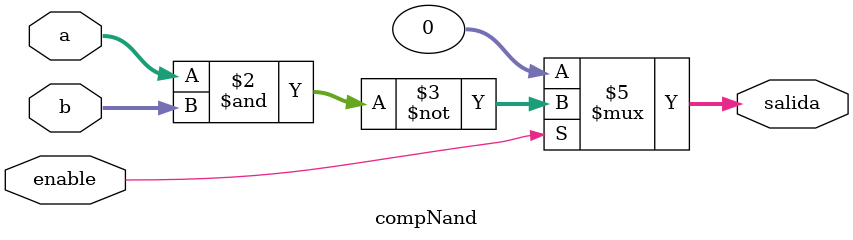
<source format=v>
module compNand(
	input [31:0]a,
	input [31:0]b,
	input enable,
	output reg [31:0]salida
);
always@*
begin
	if(enable)
	begin
		salida = ~(a&b);
	end
	else
	begin
		salida = 0;
	end
end
endmodule
</source>
